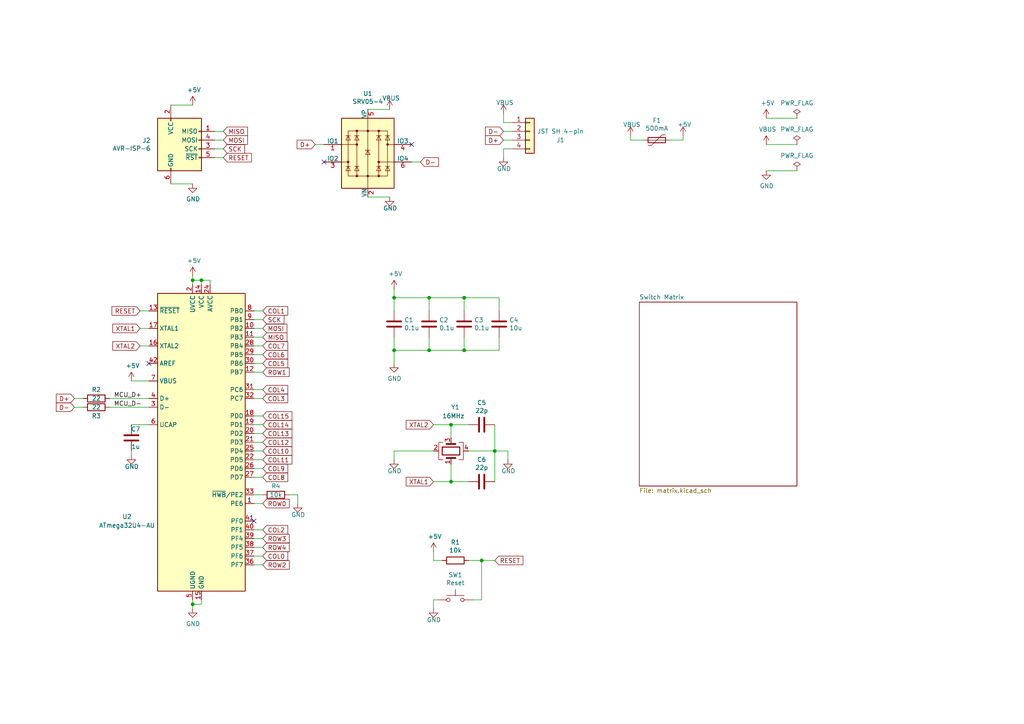
<source format=kicad_sch>
(kicad_sch (version 20211123) (generator eeschema)
  (paper "A4")
  (title_block (title "Bakeneko 65 V3") (date "2020-08-01") (rev "1") (comment 1 "Copyright © 2020 kkatano") (comment 2 "MIT License"))
  (lib_symbols
    (symbol "Connector:AVR-ISP-6" (pin_names (offset 1.016))
      (property "Reference" "J" (at 0 10.16 0))
      (property "Value" "Connector_AVR-ISP-6" (at 0 -7.62 0))
      (symbol "AVR-ISP-6_0_1"
        (rectangle (start -2.667 -5.588) (end -2.413 -6.35))
        (rectangle (start -2.667 8.89) (end -2.413 8.128))
        (rectangle (start 6.35 -2.413) (end 5.588 -2.667))
        (rectangle (start 6.35 0.127) (end 5.588 -0.127))
        (rectangle (start 6.35 2.667) (end 5.588 2.413))
        (rectangle (start 6.35 5.207) (end 5.588 4.953))
        (rectangle (start 6.35 8.89) (end -6.35 -6.35) (stroke (width 0.254)) (fill (type background)))
      )
      (symbol "AVR-ISP-6_1_1"
        (pin passive line (at 10.16 5.08 180) (length 3.81) (name "MISO") (number "1"))
        (pin power_in line (at -2.54 12.7 270) (length 3.81) (name "VCC") (number "2"))
        (pin passive line (at 10.16 0 180) (length 3.81) (name "SCK") (number "3"))
        (pin passive line (at 10.16 2.54 180) (length 3.81) (name "MOSI") (number "4"))
        (pin passive line (at 10.16 -2.54 180) (length 3.81) (name "~{RST}") (number "5"))
        (pin power_in line (at -2.54 -10.16 90) (length 3.81) (name "GND") (number "6"))
      )
    )
    (symbol "Connector_Generic:Conn_01x04" (pin_names (offset 1.016) hide)
      (property "Reference" "J" (at 0 5.08 0))
      (property "Value" "Connector_Generic_Conn_01x04" (at 0 -7.62 0))
      (symbol "Conn_01x04_1_1"
        (rectangle (start -1.27 -4.953) (end 0 -5.207) (stroke (width 0.1524)))
        (rectangle (start -1.27 -2.413) (end 0 -2.667) (stroke (width 0.1524)))
        (rectangle (start -1.27 0.127) (end 0 -0.127) (stroke (width 0.1524)))
        (rectangle (start -1.27 2.667) (end 0 2.413) (stroke (width 0.1524)))
        (rectangle (start -1.27 3.81) (end 1.27 -6.35) (stroke (width 0.254)) (fill (type background)))
        (pin passive line (at -5.08 2.54 0) (length 3.81) (name "Pin_1") (number "1"))
        (pin passive line (at -5.08 0 0) (length 3.81) (name "Pin_2") (number "2"))
        (pin passive line (at -5.08 -2.54 0) (length 3.81) (name "Pin_3") (number "3"))
        (pin passive line (at -5.08 -5.08 0) (length 3.81) (name "Pin_4") (number "4"))
      )
    )
    (symbol "Device:C" (pin_numbers hide) (pin_names (offset 0.254))
      (property "Reference" "C" (at 0.635 2.54 0))
      (property "Value" "Device_C" (at 0.635 -2.54 0))
      (symbol "C_0_1"
        (polyline (pts (xy -2.032 -0.762) (xy 2.032 -0.762)) (stroke (width 0.508)))
        (polyline (pts (xy -2.032 0.762) (xy 2.032 0.762)) (stroke (width 0.508)))
      )
      (symbol "C_1_1"
        (pin passive line (at 0 3.81 270) (length 2.794) (name "~") (number "1"))
        (pin passive line (at 0 -3.81 90) (length 2.794) (name "~") (number "2"))
      )
    )
    (symbol "Device:Crystal_GND24" (pin_names (offset 1.016) hide)
      (property "Reference" "Y" (at 3.175 5.08 0))
      (property "Value" "Device_Crystal_GND24" (at 3.175 3.175 0))
      (symbol "Crystal_GND24_0_1"
        (rectangle (start -1.143 2.54) (end 1.143 -2.54) (stroke (width 0.3048)))
        (polyline (pts (xy -2.54 0) (xy -2.032 0)))
        (polyline (pts (xy -2.032 -1.27) (xy -2.032 1.27)) (stroke (width 0.508)))
        (polyline (pts (xy 0 -3.81) (xy 0 -3.556)))
        (polyline (pts (xy 0 3.556) (xy 0 3.81)))
        (polyline (pts (xy 2.032 -1.27) (xy 2.032 1.27)) (stroke (width 0.508)))
        (polyline (pts (xy 2.032 0) (xy 2.54 0)))
        (polyline (pts (xy -2.54 -2.286) (xy -2.54 -3.556) (xy 2.54 -3.556) (xy 2.54 -2.286)))
        (polyline (pts (xy -2.54 2.286) (xy -2.54 3.556) (xy 2.54 3.556) (xy 2.54 2.286)))
      )
      (symbol "Crystal_GND24_1_1"
        (pin passive line (at -3.81 0 0) (length 1.27) (name "1") (number "1"))
        (pin passive line (at 0 5.08 270) (length 1.27) (name "2") (number "2"))
        (pin passive line (at 3.81 0 180) (length 1.27) (name "3") (number "3"))
        (pin passive line (at 0 -5.08 90) (length 1.27) (name "4") (number "4"))
      )
    )
    (symbol "Device:Polyfuse" (pin_numbers hide) (pin_names (offset 0))
      (property "Reference" "F" (at -2.54 0 90))
      (property "Value" "Device_Polyfuse" (at 2.54 0 90))
      (symbol "Polyfuse_0_1"
        (rectangle (start -0.762 2.54) (end 0.762 -2.54) (stroke (width 0.254)))
        (polyline (pts (xy 0 2.54) (xy 0 -2.54)))
        (polyline (pts (xy -1.524 2.54) (xy -1.524 1.524) (xy 1.524 -1.524) (xy 1.524 -2.54)))
      )
      (symbol "Polyfuse_1_1"
        (pin passive line (at 0 3.81 270) (length 1.27) (name "~") (number "1"))
        (pin passive line (at 0 -3.81 90) (length 1.27) (name "~") (number "2"))
      )
    )
    (symbol "Device:R" (pin_numbers hide) (pin_names (offset 0))
      (property "Reference" "R" (at 2.032 0 90))
      (property "Value" "Device_R" (at 0 0 90))
      (symbol "R_0_1"
        (rectangle (start -1.016 -2.54) (end 1.016 2.54) (stroke (width 0.254)))
      )
      (symbol "R_1_1"
        (pin passive line (at 0 3.81 270) (length 1.27) (name "~") (number "1"))
        (pin passive line (at 0 -3.81 90) (length 1.27) (name "~") (number "2"))
      )
    )
    (symbol "MCU_Microchip_ATmega:ATmega32U4-AU"
      (property "Reference" "U" (at -12.7 44.45 0))
      (property "Value" "MCU_Microchip_ATmega_ATmega32U4-AU" (at 2.54 -44.45 0))
      (symbol "ATmega32U4-AU_0_1"
        (rectangle (start -12.7 -43.18) (end 12.7 43.18) (stroke (width 0.254)) (fill (type background)))
      )
      (symbol "ATmega32U4-AU_1_1"
        (pin tri_state line (at 15.24 -17.78 180) (length 2.54) (name "PE6") (number "1"))
        (pin tri_state line (at 15.24 33.02 180) (length 2.54) (name "PB2") (number "10"))
        (pin tri_state line (at 15.24 30.48 180) (length 2.54) (name "PB3") (number "11"))
        (pin tri_state line (at 15.24 20.32 180) (length 2.54) (name "PB7") (number "12"))
        (pin input line (at -15.24 38.1 0) (length 2.54) (name "~{RESET}") (number "13"))
        (pin power_in line (at 0 45.72 270) (length 2.54) (name "VCC") (number "14"))
        (pin power_in line (at 0 -45.72 90) (length 2.54) (name "GND") (number "15"))
        (pin output line (at -15.24 27.94 0) (length 2.54) (name "XTAL2") (number "16"))
        (pin input line (at -15.24 33.02 0) (length 2.54) (name "XTAL1") (number "17"))
        (pin tri_state line (at 15.24 7.62 180) (length 2.54) (name "PD0") (number "18"))
        (pin tri_state line (at 15.24 5.08 180) (length 2.54) (name "PD1") (number "19"))
        (pin power_in line (at -2.54 45.72 270) (length 2.54) (name "UVCC") (number "2"))
        (pin tri_state line (at 15.24 2.54 180) (length 2.54) (name "PD2") (number "20"))
        (pin tri_state line (at 15.24 0 180) (length 2.54) (name "PD3") (number "21"))
        (pin tri_state line (at 15.24 -5.08 180) (length 2.54) (name "PD5") (number "22"))
        (pin passive line (at 0 -45.72 90) (length 2.54) hide (name "GND") (number "23"))
        (pin power_in line (at 2.54 45.72 270) (length 2.54) (name "AVCC") (number "24"))
        (pin tri_state line (at 15.24 -2.54 180) (length 2.54) (name "PD4") (number "25"))
        (pin tri_state line (at 15.24 -7.62 180) (length 2.54) (name "PD6") (number "26"))
        (pin tri_state line (at 15.24 -10.16 180) (length 2.54) (name "PD7") (number "27"))
        (pin tri_state line (at 15.24 27.94 180) (length 2.54) (name "PB4") (number "28"))
        (pin tri_state line (at 15.24 25.4 180) (length 2.54) (name "PB5") (number "29"))
        (pin bidirectional line (at -15.24 10.16 0) (length 2.54) (name "D-") (number "3"))
        (pin tri_state line (at 15.24 22.86 180) (length 2.54) (name "PB6") (number "30"))
        (pin tri_state line (at 15.24 15.24 180) (length 2.54) (name "PC6") (number "31"))
        (pin tri_state line (at 15.24 12.7 180) (length 2.54) (name "PC7") (number "32"))
        (pin tri_state line (at 15.24 -15.24 180) (length 2.54) (name "~{HWB}/PE2") (number "33"))
        (pin passive line (at 0 45.72 270) (length 2.54) hide (name "VCC") (number "34"))
        (pin passive line (at 0 -45.72 90) (length 2.54) hide (name "GND") (number "35"))
        (pin tri_state line (at 15.24 -35.56 180) (length 2.54) (name "PF7") (number "36"))
        (pin tri_state line (at 15.24 -33.02 180) (length 2.54) (name "PF6") (number "37"))
        (pin tri_state line (at 15.24 -30.48 180) (length 2.54) (name "PF5") (number "38"))
        (pin tri_state line (at 15.24 -27.94 180) (length 2.54) (name "PF4") (number "39"))
        (pin bidirectional line (at -15.24 12.7 0) (length 2.54) (name "D+") (number "4"))
        (pin tri_state line (at 15.24 -25.4 180) (length 2.54) (name "PF1") (number "40"))
        (pin tri_state line (at 15.24 -22.86 180) (length 2.54) (name "PF0") (number "41"))
        (pin passive line (at -15.24 22.86 0) (length 2.54) (name "AREF") (number "42"))
        (pin passive line (at 0 -45.72 90) (length 2.54) hide (name "GND") (number "43"))
        (pin passive line (at 2.54 45.72 270) (length 2.54) hide (name "AVCC") (number "44"))
        (pin passive line (at -2.54 -45.72 90) (length 2.54) (name "UGND") (number "5"))
        (pin passive line (at -15.24 5.08 0) (length 2.54) (name "UCAP") (number "6"))
        (pin input line (at -15.24 17.78 0) (length 2.54) (name "VBUS") (number "7"))
        (pin tri_state line (at 15.24 38.1 180) (length 2.54) (name "PB0") (number "8"))
        (pin tri_state line (at 15.24 35.56 180) (length 2.54) (name "PB1") (number "9"))
      )
    )
    (symbol "Power_Protection:SRV05-4" (pin_names (offset 0))
      (property "Reference" "U" (at -5.08 11.43 0))
      (property "Value" "Power_Protection_SRV05-4" (at 2.54 11.43 0))
      (symbol "SRV05-4_0_0"
        (rectangle (start -5.715 6.477) (end 5.715 -6.604))
        (polyline (pts (xy -3.175 -6.604) (xy -3.175 6.477)))
        (polyline (pts (xy 3.175 6.477) (xy 3.175 -6.604)))
      )
      (symbol "SRV05-4_0_1"
        (rectangle (start -7.62 10.16) (end 7.62 -10.16) (stroke (width 0.254)) (fill (type background)))
        (circle (center -5.715 -2.54) (radius 0.2794) (fill (type outline)))
        (circle (center -3.175 -6.604) (radius 0.2794) (fill (type outline)))
        (circle (center -3.175 2.54) (radius 0.2794) (fill (type outline)))
        (circle (center -3.175 6.477) (radius 0.2794) (fill (type outline)))
        (circle (center 0 -6.604) (radius 0.2794) (fill (type outline)))
        (polyline (pts (xy -7.747 2.54) (xy -3.175 2.54)))
        (polyline (pts (xy -7.62 -2.54) (xy -5.715 -2.54)))
        (polyline (pts (xy -5.08 -3.81) (xy -6.35 -3.81)))
        (polyline (pts (xy -5.08 5.08) (xy -6.35 5.08)))
        (polyline (pts (xy -2.54 -3.81) (xy -3.81 -3.81)))
        (polyline (pts (xy -2.54 5.08) (xy -3.81 5.08)))
        (polyline (pts (xy 0 10.16) (xy 0 -10.16)))
        (polyline (pts (xy 3.81 -3.81) (xy 2.54 -3.81)))
        (polyline (pts (xy 3.81 5.08) (xy 2.54 5.08)))
        (polyline (pts (xy 6.35 -3.81) (xy 5.08 -3.81)))
        (polyline (pts (xy 6.35 5.08) (xy 5.08 5.08)))
        (polyline (pts (xy 7.62 -2.54) (xy 3.175 -2.54)))
        (polyline (pts (xy 7.62 2.54) (xy 5.715 2.54)))
        (polyline (pts (xy 0.635 0.889) (xy -0.635 0.889) (xy -0.635 0.635)))
        (polyline (pts (xy -5.08 -5.08) (xy -6.35 -5.08) (xy -5.715 -3.81) (xy -5.08 -5.08)))
        (polyline (pts (xy -5.08 3.81) (xy -6.35 3.81) (xy -5.715 5.08) (xy -5.08 3.81)))
        (polyline (pts (xy -2.54 -5.08) (xy -3.81 -5.08) (xy -3.175 -3.81) (xy -2.54 -5.08)))
        (polyline (pts (xy -2.54 3.81) (xy -3.81 3.81) (xy -3.175 5.08) (xy -2.54 3.81)))
        (polyline (pts (xy 0.635 -0.381) (xy -0.635 -0.381) (xy 0 0.889) (xy 0.635 -0.381)))
        (polyline (pts (xy 3.81 -5.08) (xy 2.54 -5.08) (xy 3.175 -3.81) (xy 3.81 -5.08)))
        (polyline (pts (xy 3.81 3.81) (xy 2.54 3.81) (xy 3.175 5.08) (xy 3.81 3.81)))
        (polyline (pts (xy 6.35 -5.08) (xy 5.08 -5.08) (xy 5.715 -3.81) (xy 6.35 -5.08)))
        (polyline (pts (xy 6.35 3.81) (xy 5.08 3.81) (xy 5.715 5.08) (xy 6.35 3.81)))
        (circle (center 0 6.477) (radius 0.2794) (fill (type outline)))
        (circle (center 3.175 -6.604) (radius 0.2794) (fill (type outline)))
        (circle (center 3.175 -2.54) (radius 0.2794) (fill (type outline)))
        (circle (center 3.175 6.477) (radius 0.2794) (fill (type outline)))
        (circle (center 5.715 2.54) (radius 0.2794) (fill (type outline)))
      )
      (symbol "SRV05-4_1_1"
        (pin passive line (at -12.7 2.54 0) (length 5.08) (name "IO1") (number "1"))
        (pin passive line (at 0 -12.7 90) (length 2.54) (name "VN") (number "2"))
        (pin passive line (at -12.7 -2.54 0) (length 5.08) (name "IO2") (number "3"))
        (pin passive line (at 12.7 2.54 180) (length 5.08) (name "IO3") (number "4"))
        (pin passive line (at 0 12.7 270) (length 2.54) (name "VP") (number "5"))
        (pin passive line (at 12.7 -2.54 180) (length 5.08) (name "IO4") (number "6"))
      )
    )
    (symbol "Switch:SW_Push" (pin_numbers hide) (pin_names (offset 1.016) hide)
      (property "Reference" "SW" (at 1.27 2.54 0))
      (property "Value" "Switch_SW_Push" (at 0 -1.524 0))
      (symbol "SW_Push_0_1"
        (circle (center -2.032 0) (radius 0.508))
        (polyline (pts (xy 0 1.27) (xy 0 3.048)))
        (polyline (pts (xy 2.54 1.27) (xy -2.54 1.27)))
        (circle (center 2.032 0) (radius 0.508))
        (pin passive line (at -5.08 0 0) (length 2.54) (name "1") (number "1"))
        (pin passive line (at 5.08 0 180) (length 2.54) (name "2") (number "2"))
      )
    )
    (symbol "power:+5V" (power) (pin_names (offset 0))
      (property "Value" "power_+5V" (at 0 3.556 0))
      (symbol "+5V_0_1"
        (polyline (pts (xy -0.762 1.27) (xy 0 2.54)))
        (polyline (pts (xy 0 0) (xy 0 2.54)))
        (polyline (pts (xy 0 2.54) (xy 0.762 1.27)))
      )
      (symbol "+5V_1_1"
        (pin power_in line (at 0 0 90) (length 0) hide (name "+5V") (number "1"))
      )
    )
    (symbol "power:GND" (power) (pin_names (offset 0))
      (property "Value" "power_GND" (at 0 -3.81 0))
      (symbol "GND_0_1"
        (polyline (pts (xy 0 0) (xy 0 -1.27) (xy 1.27 -1.27) (xy 0 -2.54) (xy -1.27 -1.27) (xy 0 -1.27)))
      )
      (symbol "GND_1_1"
        (pin power_in line (at 0 0 270) (length 0) hide (name "GND") (number "1"))
      )
    )
    (symbol "power:PWR_FLAG" (power) (pin_numbers hide) (pin_names (offset 0) hide)
      (property "Value" "power_PWR_FLAG" (at 0 3.81 0))
      (symbol "PWR_FLAG_0_0"
        (pin power_out line (at 0 0 90) (length 0) (name "pwr") (number "1"))
      )
      (symbol "PWR_FLAG_0_1"
        (polyline (pts (xy 0 0) (xy 0 1.27) (xy -1.016 1.905) (xy 0 2.54) (xy 1.016 1.905) (xy 0 1.27)))
      )
    )
    (symbol "power:VBUS" (power) (pin_names (offset 0))
      (property "Value" "power_VBUS" (at 0 3.81 0))
      (symbol "VBUS_0_1"
        (polyline (pts (xy -0.762 1.27) (xy 0 2.54)))
        (polyline (pts (xy 0 0) (xy 0 2.54)))
        (polyline (pts (xy 0 2.54) (xy 0.762 1.27)))
      )
      (symbol "VBUS_1_1"
        (pin power_in line (at 0 0 90) (length 0) hide (name "VBUS") (number "1"))
      )
    )
  )
  (junction (at 55.88 81.28))
  (junction (at 124.46 101.6))
  (junction (at 124.46 86.36))
  (junction (at 139.7 162.56))
  (junction (at 58.42 81.28))
  (junction (at 55.88 175.26))
  (junction (at 114.3 101.6))
  (junction (at 143.51 130.81))
  (junction (at 134.62 86.36))
  (junction (at 130.81 139.7))
  (junction (at 130.81 123.19))
  (junction (at 134.62 101.6))
  (junction (at 114.3 86.36))
  (no_connect (at 43.18 105.41))
  (no_connect (at 119.38 41.91))
  (no_connect (at 73.66 151.13))
  (no_connect (at 93.98 46.99))
  (wire (pts (xy 186.69 40.64) (xy 182.88 40.64)))
  (wire (pts (xy 60.96 81.28) (xy 60.96 82.55)))
  (wire (pts (xy 135.89 162.56) (xy 139.7 162.56)))
  (wire (pts (xy 134.62 97.79) (xy 134.62 101.6)))
  (wire (pts (xy 182.88 39.37) (xy 182.88 40.64)))
  (wire (pts (xy 144.78 101.6) (xy 144.78 97.79)))
  (wire (pts (xy 143.51 130.81) (xy 147.32 130.81)))
  (wire (pts (xy 76.2 143.51) (xy 73.66 143.51)))
  (wire (pts (xy 147.32 130.81) (xy 147.32 133.35)))
  (wire (pts (xy 76.2 97.79) (xy 73.66 97.79)))
  (wire (pts (xy 146.05 35.56) (xy 148.59 35.56)))
  (wire (pts (xy 73.66 146.05) (xy 76.2 146.05)))
  (wire (pts (xy 135.89 130.81) (xy 143.51 130.81)))
  (wire (pts (xy 38.1 110.49) (xy 43.18 110.49)))
  (wire (pts (xy 124.46 97.79) (xy 124.46 101.6)))
  (wire (pts (xy 125.73 176.53) (xy 125.73 173.99)))
  (wire (pts (xy 55.88 81.28) (xy 55.88 82.55)))
  (wire (pts (xy 40.64 90.17) (xy 43.18 90.17)))
  (wire (pts (xy 144.78 86.36) (xy 134.62 86.36)))
  (wire (pts (xy 146.05 38.1) (xy 148.59 38.1)))
  (wire (pts (xy 125.73 123.19) (xy 130.81 123.19)))
  (wire (pts (xy 143.51 130.81) (xy 143.51 139.7)))
  (wire (pts (xy 143.51 123.19) (xy 143.51 130.81)))
  (wire (pts (xy 124.46 101.6) (xy 134.62 101.6)))
  (wire (pts (xy 222.25 41.91) (xy 231.14 41.91)))
  (wire (pts (xy 76.2 115.57) (xy 73.66 115.57)))
  (wire (pts (xy 114.3 86.36) (xy 124.46 86.36)))
  (wire (pts (xy 198.12 39.37) (xy 198.12 40.64)))
  (wire (pts (xy 114.3 130.81) (xy 125.73 130.81)))
  (wire (pts (xy 43.18 95.25) (xy 40.64 95.25)))
  (wire (pts (xy 55.88 175.26) (xy 55.88 176.53)))
  (wire (pts (xy 76.2 92.71) (xy 73.66 92.71)))
  (wire (pts (xy 73.66 135.89) (xy 76.2 135.89)))
  (wire (pts (xy 58.42 81.28) (xy 60.96 81.28)))
  (wire (pts (xy 49.53 30.48) (xy 55.88 30.48)))
  (wire (pts (xy 64.77 43.18) (xy 62.23 43.18)))
  (wire (pts (xy 73.66 156.21) (xy 76.2 156.21)))
  (wire (pts (xy 144.78 90.17) (xy 144.78 86.36)))
  (wire (pts (xy 222.25 34.29) (xy 231.14 34.29)))
  (wire (pts (xy 146.05 33.02) (xy 146.05 35.56)))
  (wire (pts (xy 148.59 43.18) (xy 146.05 43.18)))
  (wire (pts (xy 139.7 173.99) (xy 137.16 173.99)))
  (wire (pts (xy 125.73 173.99) (xy 127 173.99)))
  (wire (pts (xy 134.62 90.17) (xy 134.62 86.36)))
  (wire (pts (xy 31.75 118.11) (xy 43.18 118.11)))
  (wire (pts (xy 114.3 83.82) (xy 114.3 86.36)))
  (wire (pts (xy 114.3 101.6) (xy 114.3 105.41)))
  (wire (pts (xy 113.03 31.75) (xy 106.68 31.75)))
  (wire (pts (xy 146.05 43.18) (xy 146.05 45.72)))
  (wire (pts (xy 76.2 128.27) (xy 73.66 128.27)))
  (wire (pts (xy 73.66 120.65) (xy 76.2 120.65)))
  (wire (pts (xy 58.42 175.26) (xy 58.42 173.99)))
  (wire (pts (xy 76.2 158.75) (xy 73.66 158.75)))
  (wire (pts (xy 76.2 107.95) (xy 73.66 107.95)))
  (wire (pts (xy 139.7 162.56) (xy 139.7 173.99)))
  (wire (pts (xy 73.66 100.33) (xy 76.2 100.33)))
  (wire (pts (xy 38.1 123.19) (xy 43.18 123.19)))
  (wire (pts (xy 76.2 133.35) (xy 73.66 133.35)))
  (wire (pts (xy 106.68 57.15) (xy 113.03 57.15)))
  (wire (pts (xy 114.3 97.79) (xy 114.3 101.6)))
  (wire (pts (xy 73.66 113.03) (xy 76.2 113.03)))
  (wire (pts (xy 124.46 90.17) (xy 124.46 86.36)))
  (wire (pts (xy 134.62 101.6) (xy 144.78 101.6)))
  (wire (pts (xy 55.88 175.26) (xy 58.42 175.26)))
  (wire (pts (xy 139.7 162.56) (xy 143.51 162.56)))
  (wire (pts (xy 86.36 143.51) (xy 86.36 146.05)))
  (wire (pts (xy 91.44 41.91) (xy 93.98 41.91)))
  (wire (pts (xy 76.2 102.87) (xy 73.66 102.87)))
  (wire (pts (xy 38.1 130.81) (xy 38.1 132.08)))
  (wire (pts (xy 73.66 90.17) (xy 76.2 90.17)))
  (wire (pts (xy 58.42 82.55) (xy 58.42 81.28)))
  (wire (pts (xy 64.77 38.1) (xy 62.23 38.1)))
  (wire (pts (xy 55.88 81.28) (xy 58.42 81.28)))
  (wire (pts (xy 130.81 139.7) (xy 135.89 139.7)))
  (wire (pts (xy 222.25 49.53) (xy 231.14 49.53)))
  (wire (pts (xy 83.82 143.51) (xy 86.36 143.51)))
  (wire (pts (xy 40.64 100.33) (xy 43.18 100.33)))
  (wire (pts (xy 55.88 80.01) (xy 55.88 81.28)))
  (wire (pts (xy 114.3 86.36) (xy 114.3 90.17)))
  (wire (pts (xy 73.66 105.41) (xy 76.2 105.41)))
  (wire (pts (xy 125.73 139.7) (xy 130.81 139.7)))
  (wire (pts (xy 73.66 95.25) (xy 76.2 95.25)))
  (wire (pts (xy 73.66 161.29) (xy 76.2 161.29)))
  (wire (pts (xy 76.2 153.67) (xy 73.66 153.67)))
  (wire (pts (xy 130.81 127) (xy 130.81 123.19)))
  (wire (pts (xy 114.3 101.6) (xy 124.46 101.6)))
  (wire (pts (xy 114.3 133.35) (xy 114.3 130.81)))
  (wire (pts (xy 130.81 123.19) (xy 135.89 123.19)))
  (wire (pts (xy 62.23 40.64) (xy 64.77 40.64)))
  (wire (pts (xy 125.73 160.02) (xy 125.73 162.56)))
  (wire (pts (xy 31.75 115.57) (xy 43.18 115.57)))
  (wire (pts (xy 21.59 118.11) (xy 24.13 118.11)))
  (wire (pts (xy 125.73 162.56) (xy 128.27 162.56)))
  (wire (pts (xy 62.23 45.72) (xy 64.77 45.72)))
  (wire (pts (xy 21.59 115.57) (xy 24.13 115.57)))
  (wire (pts (xy 55.88 173.99) (xy 55.88 175.26)))
  (wire (pts (xy 121.92 46.99) (xy 119.38 46.99)))
  (wire (pts (xy 76.2 138.43) (xy 73.66 138.43)))
  (wire (pts (xy 130.81 134.62) (xy 130.81 139.7)))
  (wire (pts (xy 76.2 123.19) (xy 73.66 123.19)))
  (wire (pts (xy 49.53 53.34) (xy 55.88 53.34)))
  (wire (pts (xy 73.66 130.81) (xy 76.2 130.81)))
  (wire (pts (xy 76.2 163.83) (xy 73.66 163.83)))
  (wire (pts (xy 198.12 40.64) (xy 194.31 40.64)))
  (wire (pts (xy 148.59 40.64) (xy 146.05 40.64)))
  (wire (pts (xy 73.66 125.73) (xy 76.2 125.73)))
  (wire (pts (xy 124.46 86.36) (xy 134.62 86.36)))
  (label "MCU_D+" (at 33.02 115.57 0))
  (label "MCU_D-" (at 33.02 118.11 0))
  (global_label "COL9" (shape input) (at 76.2 135.89 0) (property "Intersheet References" "${INTERSHEET_REFS}" (effects hide)))
  (global_label "D-" (shape input) (at 21.59 118.11 180) (property "Intersheet References" "${INTERSHEET_REFS}" (effects hide)))
  (global_label "XTAL1" (shape input) (at 40.64 95.25 180) (property "Intersheet References" "${INTERSHEET_REFS}" (effects hide)))
  (global_label "D-" (shape input) (at 121.92 46.99 0) (property "Intersheet References" "${INTERSHEET_REFS}" (effects hide)))
  (global_label "D-" (shape input) (at 146.05 38.1 180) (property "Intersheet References" "${INTERSHEET_REFS}" (effects hide)))
  (global_label "COL14" (shape input) (at 76.2 123.19 0) (property "Intersheet References" "${INTERSHEET_REFS}" (effects hide)))
  (global_label "RESET" (shape input) (at 64.77 45.72 0) (property "Intersheet References" "${INTERSHEET_REFS}" (effects hide)))
  (global_label "MOSI" (shape input) (at 76.2 95.25 0) (property "Intersheet References" "${INTERSHEET_REFS}" (effects hide)))
  (global_label "RESET" (shape input) (at 143.51 162.56 0) (property "Intersheet References" "${INTERSHEET_REFS}" (effects hide)))
  (global_label "COL2" (shape input) (at 76.2 153.67 0) (property "Intersheet References" "${INTERSHEET_REFS}" (effects hide)))
  (global_label "ROW4" (shape input) (at 76.2 158.75 0) (property "Intersheet References" "${INTERSHEET_REFS}" (effects hide)))
  (global_label "D+" (shape input) (at 91.44 41.91 180) (property "Intersheet References" "${INTERSHEET_REFS}" (effects hide)))
  (global_label "D+" (shape input) (at 146.05 40.64 180) (property "Intersheet References" "${INTERSHEET_REFS}" (effects hide)))
  (global_label "COL8" (shape input) (at 76.2 138.43 0) (property "Intersheet References" "${INTERSHEET_REFS}" (effects hide)))
  (global_label "COL15" (shape input) (at 76.2 120.65 0) (property "Intersheet References" "${INTERSHEET_REFS}" (effects hide)))
  (global_label "COL12" (shape input) (at 76.2 128.27 0) (property "Intersheet References" "${INTERSHEET_REFS}" (effects hide)))
  (global_label "COL11" (shape input) (at 76.2 133.35 0) (property "Intersheet References" "${INTERSHEET_REFS}" (effects hide)))
  (global_label "MOSI" (shape input) (at 64.77 40.64 0) (property "Intersheet References" "${INTERSHEET_REFS}" (effects hide)))
  (global_label "MISO" (shape input) (at 76.2 97.79 0) (property "Intersheet References" "${INTERSHEET_REFS}" (effects hide)))
  (global_label "COL10" (shape input) (at 76.2 130.81 0) (property "Intersheet References" "${INTERSHEET_REFS}" (effects hide)))
  (global_label "XTAL2" (shape input) (at 125.73 123.19 180) (property "Intersheet References" "${INTERSHEET_REFS}" (effects hide)))
  (global_label "ROW2" (shape input) (at 76.2 163.83 0) (property "Intersheet References" "${INTERSHEET_REFS}" (effects hide)))
  (global_label "SCK" (shape input) (at 64.77 43.18 0) (property "Intersheet References" "${INTERSHEET_REFS}" (effects hide)))
  (global_label "XTAL2" (shape input) (at 40.64 100.33 180) (property "Intersheet References" "${INTERSHEET_REFS}" (effects hide)))
  (global_label "COL4" (shape input) (at 76.2 113.03 0) (property "Intersheet References" "${INTERSHEET_REFS}" (effects hide)))
  (global_label "COL7" (shape input) (at 76.2 100.33 0) (property "Intersheet References" "${INTERSHEET_REFS}" (effects hide)))
  (global_label "COL1" (shape input) (at 76.2 90.17 0) (property "Intersheet References" "${INTERSHEET_REFS}" (effects hide)))
  (global_label "COL3" (shape input) (at 76.2 115.57 0) (property "Intersheet References" "${INTERSHEET_REFS}" (effects hide)))
  (global_label "COL13" (shape input) (at 76.2 125.73 0) (property "Intersheet References" "${INTERSHEET_REFS}" (effects hide)))
  (global_label "XTAL1" (shape input) (at 125.73 139.7 180) (property "Intersheet References" "${INTERSHEET_REFS}" (effects hide)))
  (global_label "SCK" (shape input) (at 76.2 92.71 0) (property "Intersheet References" "${INTERSHEET_REFS}" (effects hide)))
  (global_label "COL5" (shape input) (at 76.2 105.41 0) (property "Intersheet References" "${INTERSHEET_REFS}" (effects hide)))
  (global_label "MISO" (shape input) (at 64.77 38.1 0) (property "Intersheet References" "${INTERSHEET_REFS}" (effects hide)))
  (global_label "COL0" (shape input) (at 76.2 161.29 0) (property "Intersheet References" "${INTERSHEET_REFS}" (effects hide)))
  (global_label "ROW3" (shape input) (at 76.2 156.21 0) (property "Intersheet References" "${INTERSHEET_REFS}" (effects hide)))
  (global_label "D+" (shape input) (at 21.59 115.57 180) (property "Intersheet References" "${INTERSHEET_REFS}" (effects hide)))
  (global_label "ROW0" (shape input) (at 76.2 146.05 0) (property "Intersheet References" "${INTERSHEET_REFS}" (effects hide)))
  (global_label "ROW1" (shape input) (at 76.2 107.95 0) (property "Intersheet References" "${INTERSHEET_REFS}" (effects hide)))
  (global_label "COL6" (shape input) (at 76.2 102.87 0) (property "Intersheet References" "${INTERSHEET_REFS}" (effects hide)))
  (global_label "RESET" (shape input) (at 40.64 90.17 180) (property "Intersheet References" "${INTERSHEET_REFS}" (effects hide)))
  (symbol (lib_id "power:PWR_FLAG") (at 231.14 34.29 0) (unit 1)
    (property "Reference" "#FLG01" (effects hide))
    (property "Value" "PWR_FLAG" (at 231.14 29.8958 0))
  )
  (symbol (lib_id "power:PWR_FLAG") (at 231.14 41.91 0) (unit 1)
    (property "Reference" "#FLG02" (effects hide))
    (property "Value" "PWR_FLAG" (at 231.14 37.5158 0))
  )
  (symbol (lib_id "power:PWR_FLAG") (at 231.14 49.53 0) (unit 1)
    (property "Reference" "#FLG03" (effects hide))
    (property "Value" "PWR_FLAG" (at 231.14 45.1358 0))
  )
  (symbol (lib_id "power:GND") (at 222.25 49.53 0) (unit 1)
    (property "Reference" "#PWR05" (effects hide))
    (property "Value" "GND" (at 222.377 53.9242 0))
  )
  (symbol (lib_id "power:GND") (at 114.3 105.41 0) (unit 1)
    (property "Reference" "#PWR09" (effects hide))
    (property "Value" "GND" (at 114.427 109.8042 0))
  )
  (symbol (lib_id "Device:C") (at 114.3 93.98 0) (unit 1)
    (property "Reference" "C1" (at 117.221 92.8116 0) (effects (justify left)))
    (property "Value" "0.1u" (at 117.221 95.123 0) (effects (justify left)))
    (property "Footprint" "Capacitor_SMD:C_0805_2012Metric" (effects hide))
    (property "LCSC Part #" "C49678" (effects hide))
  )
  (symbol (lib_id "Device:C") (at 124.46 93.98 0) (unit 1)
    (property "Reference" "C2" (at 127.381 92.8116 0) (effects (justify left)))
    (property "Value" "0.1u" (at 127.381 95.123 0) (effects (justify left)))
    (property "Footprint" "Capacitor_SMD:C_0805_2012Metric" (effects hide))
    (property "LCSC Part #" "C49678" (effects hide))
  )
  (symbol (lib_id "Device:C") (at 134.62 93.98 0) (unit 1)
    (property "Reference" "C3" (at 137.541 92.8116 0) (effects (justify left)))
    (property "Value" "0.1u" (at 137.541 95.123 0) (effects (justify left)))
    (property "Footprint" "Capacitor_SMD:C_0805_2012Metric" (effects hide))
    (property "LCSC Part #" "C49678" (effects hide))
  )
  (symbol (lib_id "Device:C") (at 144.78 93.98 0) (unit 1)
    (property "Reference" "C4" (at 147.701 92.8116 0) (effects (justify left)))
    (property "Value" "10u" (at 147.701 95.123 0) (effects (justify left)))
    (property "Footprint" "Capacitor_SMD:C_0805_2012Metric" (effects hide))
    (property "LCSC Part #" "C15850" (effects hide))
  )
  (symbol (lib_id "Device:Polyfuse") (at 190.5 40.64 270) (unit 1)
    (property "Reference" "F1" (at 190.5 34.925 90))
    (property "Value" "500mA" (at 190.5 37.2364 90))
    (property "Footprint" "Fuse:Fuse_1206_3216Metric" (effects hide))
    (property "LCSC Part #" "C70076" (effects hide))
  )
  (symbol (lib_id "Connector_Generic:Conn_01x04") (at 153.67 38.1 0) (unit 1)
    (property "Reference" "J1" (at 162.56 40.64 0))
    (property "Value" "JST SH 4-pin" (at 162.56 38.1 0))
    (property "Footprint" "Connector_JST:JST_SH_SM04B-SRSS-TB_1x04-1MP_P1.00mm_Horizontal" (effects hide))
    (property "LCSC Part #" "C160404" (effects hide))
  )
  (symbol (lib_id "power:GND") (at 146.05 45.72 0) (unit 1)
    (property "Reference" "#PWR02" (effects hide))
    (property "Value" "GND" (at 146.177 48.9712 0))
  )
  (symbol (lib_id "Device:R") (at 27.94 115.57 270) (unit 1)
    (property "Reference" "R2" (at 27.94 113.03 90))
    (property "Value" "22" (at 27.94 115.57 90))
    (property "Footprint" "Resistor_SMD:R_0805_2012Metric" (effects hide))
    (property "LCSC Part #" "C17561" (effects hide))
  )
  (symbol (lib_id "Device:R") (at 27.94 118.11 270) (unit 1)
    (property "Reference" "R3" (at 27.94 120.65 90))
    (property "Value" "22" (at 27.94 118.11 90))
    (property "Footprint" "Resistor_SMD:R_0805_2012Metric" (effects hide))
    (property "LCSC Part #" "C17561" (effects hide))
  )
  (symbol (lib_id "MCU_Microchip_ATmega:ATmega32U4-AU") (at 58.42 128.27 0) (unit 1)
    (property "Reference" "U2" (at 36.83 149.86 0))
    (property "Value" "ATmega32U4-AU" (at 36.83 152.4 0))
    (property "Footprint" "Package_QFP:TQFP-44_10x10mm_P0.8mm" (effects hide))
    (property "Datasheet" "http://ww1.microchip.com/downloads/en/DeviceDoc/Atmel-7766-8-bit-AVR-ATmega16U4-32U4_Datasheet.pdf" (effects hide))
    (property "LCSC Part #" "C44854" (effects hide))
  )
  (symbol (lib_id "power:VBUS") (at 146.05 33.02 0) (unit 1)
    (property "Reference" "#PWR08" (effects hide))
    (property "Value" "VBUS" (at 146.431 29.7688 0))
  )
  (symbol (lib_id "power:VBUS") (at 222.25 41.91 0) (unit 1)
    (property "Reference" "#PWR04" (effects hide))
    (property "Value" "VBUS" (at 222.631 37.5158 0))
  )
  (symbol (lib_id "power:VBUS") (at 182.88 39.37 0) (unit 1)
    (property "Reference" "#PWR06" (effects hide))
    (property "Value" "VBUS" (at 183.261 36.1442 0))
  )
  (symbol (lib_id "Switch:SW_Push") (at 132.08 173.99 0) (unit 1)
    (property "Reference" "SW1" (at 132.08 166.751 0))
    (property "Value" "Reset" (at 132.08 169.0624 0))
    (property "Footprint" "Button_Switch_SMD:SW_SPST_TL3342" (effects hide))
    (property "LCSC Part #" "C318884" (effects hide))
  )
  (symbol (lib_id "power:GND") (at 125.73 176.53 0) (unit 1)
    (property "Reference" "#PWR011" (effects hide))
    (property "Value" "GND" (at 125.857 179.7812 0))
  )
  (symbol (lib_id "Device:R") (at 132.08 162.56 270) (unit 1)
    (property "Reference" "R1" (at 132.08 157.3022 90))
    (property "Value" "10k" (at 132.08 159.6136 90))
    (property "Footprint" "Resistor_SMD:R_0805_2012Metric" (effects hide))
    (property "LCSC Part #" "C17414" (effects hide))
  )
  (symbol (lib_id "Device:C") (at 38.1 127 0) (unit 1)
    (property "Reference" "C7" (at 39.37 124.46 0))
    (property "Value" "1u" (at 39.37 129.54 0))
    (property "Footprint" "Capacitor_SMD:C_0805_2012Metric" (effects hide))
    (property "LCSC Part #" "C28323" (effects hide))
  )
  (symbol (lib_id "power:GND") (at 38.1 132.08 0) (unit 1)
    (property "Reference" "#PWR019" (effects hide))
    (property "Value" "GND" (at 38.227 135.3312 0))
  )
  (symbol (lib_id "power:GND") (at 55.88 176.53 0) (unit 1)
    (property "Reference" "#PWR022" (effects hide))
    (property "Value" "GND" (at 56.007 180.9242 0))
  )
  (symbol (lib_id "Device:R") (at 80.01 143.51 270) (unit 1)
    (property "Reference" "R4" (at 80.01 140.97 90))
    (property "Value" "10k" (at 80.01 143.51 90))
    (property "Footprint" "Resistor_SMD:R_0805_2012Metric" (effects hide))
    (property "LCSC Part #" "C17414" (effects hide))
  )
  (symbol (lib_id "power:GND") (at 86.36 146.05 0) (unit 1)
    (property "Reference" "#PWR021" (effects hide))
    (property "Value" "GND" (at 86.487 149.3012 0))
  )
  (symbol (lib_id "Device:Crystal_GND24") (at 130.81 130.81 90) (unit 1)
    (property "Reference" "Y1" (at 130.81 118.11 90) (effects (justify right)))
    (property "Value" "16MHz" (at 128.27 120.65 90) (effects (justify right)))
    (property "Footprint" "Crystal:Crystal_SMD_3225-4Pin_3.2x2.5mm" (effects hide))
    (property "LCSC Part #" "C13738" (effects hide))
  )
  (symbol (lib_id "power:GND") (at 114.3 133.35 0) (unit 1)
    (property "Reference" "#PWR012" (effects hide))
    (property "Value" "GND" (at 114.427 136.6012 0))
  )
  (symbol (lib_id "power:GND") (at 147.32 133.35 0) (unit 1)
    (property "Reference" "#PWR013" (effects hide))
    (property "Value" "GND" (at 147.447 136.6012 0))
  )
  (symbol (lib_id "Device:C") (at 139.7 123.19 270) (unit 1)
    (property "Reference" "C5" (at 139.7 116.7892 90))
    (property "Value" "22p" (at 139.7 119.1006 90))
    (property "Footprint" "Capacitor_SMD:C_0805_2012Metric" (effects hide))
    (property "LCSC Part #" "C1804" (effects hide))
  )
  (symbol (lib_id "Device:C") (at 139.7 139.7 270) (unit 1)
    (property "Reference" "C6" (at 139.7 133.2992 90))
    (property "Value" "22p" (at 139.7 135.6106 90))
    (property "Footprint" "Capacitor_SMD:C_0805_2012Metric" (effects hide))
    (property "LCSC Part #" "C1804" (effects hide))
  )
  (symbol (lib_id "power:+5V") (at 222.25 34.29 0) (unit 1)
    (property "Reference" "#PWR0101" (effects hide))
    (property "Value" "+5V" (at 222.631 29.8958 0))
  )
  (symbol (lib_id "power:+5V") (at 114.3 83.82 0) (unit 1)
    (property "Reference" "#PWR0102" (effects hide))
    (property "Value" "+5V" (at 114.681 79.4258 0))
  )
  (symbol (lib_id "power:+5V") (at 198.12 39.37 0) (unit 1)
    (property "Reference" "#PWR0103" (effects hide))
    (property "Value" "+5V" (at 198.501 36.1188 0))
  )
  (symbol (lib_id "power:+5V") (at 55.88 30.48 0) (unit 1)
    (property "Reference" "#PWR0104" (effects hide))
    (property "Value" "+5V" (at 56.261 26.0858 0))
  )
  (symbol (lib_id "power:+5V") (at 125.73 160.02 0) (unit 1)
    (property "Reference" "#PWR0105" (effects hide))
    (property "Value" "+5V" (at 126.111 155.6258 0))
  )
  (symbol (lib_id "power:+5V") (at 55.88 80.01 0) (unit 1)
    (property "Reference" "#PWR0106" (effects hide))
    (property "Value" "+5V" (at 56.261 75.6158 0))
  )
  (symbol (lib_id "Connector:AVR-ISP-6") (at 52.07 43.18 0) (unit 1)
    (property "Reference" "J2" (at 43.7134 40.7416 0) (effects (justify right)))
    (property "Value" "AVR-ISP-6" (at 43.7134 43.053 0) (effects (justify right)))
    (property "Footprint" "bakeneko:ISP" (effects hide))
    (property "Datasheet" " ~" (effects hide))
  )
  (symbol (lib_id "power:GND") (at 55.88 53.34 0) (unit 1)
    (property "Reference" "#PWR015" (effects hide))
    (property "Value" "GND" (at 56.007 57.7342 0))
  )
  (symbol (lib_id "power:+5V") (at 38.1 110.49 0) (unit 1)
    (property "Reference" "#PWR0107" (effects hide))
    (property "Value" "+5V" (at 38.481 106.0958 0))
  )
  (symbol (lib_id "Power_Protection:SRV05-4") (at 106.68 44.45 0) (unit 1)
    (property "Reference" "U1" (at 106.68 27.1526 0))
    (property "Value" "SRV05-4" (at 106.68 29.464 0))
    (property "Footprint" "Package_TO_SOT_SMD:SOT-23-6" (effects hide))
    (property "Datasheet" "http://www.onsemi.com/pub/Collateral/SRV05-4-D.PDF" (effects hide))
    (property "LCSC Part #" "C85364" (effects hide))
  )
  (symbol (lib_id "power:GND") (at 113.03 57.15 0) (unit 1)
    (property "Reference" "#PWR03" (effects hide))
    (property "Value" "GND" (at 113.157 60.4012 0))
  )
  (symbol (lib_id "power:VBUS") (at 113.03 31.75 0) (unit 1)
    (property "Reference" "#PWR01" (effects hide))
    (property "Value" "VBUS" (at 113.411 28.4988 0))
  )
  (sheet (at 185.42 87.63) (size 45.72 53.34)
    (property "Sheet name" "Switch Matrix" (at 185.42 86.9184 0) (effects (justify left bottom)))
    (property "Sheet file" "matrix.kicad_sch" (at 185.42 141.5546 0) (effects (justify left top)))
  )
)
</source>
